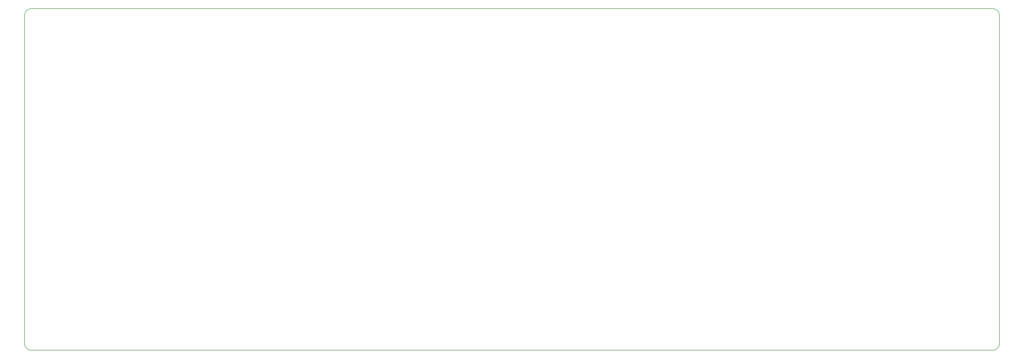
<source format=gm1>
G04 #@! TF.GenerationSoftware,KiCad,Pcbnew,(5.1.6)-1*
G04 #@! TF.CreationDate,2020-07-22T14:48:11-04:00*
G04 #@! TF.ProjectId,Edgedancer81,45646765-6461-46e6-9365-7238312e6b69,rev?*
G04 #@! TF.SameCoordinates,Original*
G04 #@! TF.FileFunction,Profile,NP*
%FSLAX46Y46*%
G04 Gerber Fmt 4.6, Leading zero omitted, Abs format (unit mm)*
G04 Created by KiCad (PCBNEW (5.1.6)-1) date 2020-07-22 14:48:11*
%MOMM*%
%LPD*%
G01*
G04 APERTURE LIST*
G04 #@! TA.AperFunction,Profile*
%ADD10C,0.150000*%
G04 #@! TD*
G04 APERTURE END LIST*
D10*
X384175000Y-196850000D02*
G75*
G02*
X381793750Y-199231250I-2381250J0D01*
G01*
X384175000Y-76993750D02*
X384175000Y-196850000D01*
X381793750Y-74612500D02*
G75*
G02*
X384175000Y-76993750I0J-2381250D01*
G01*
X28575000Y-76993750D02*
X28575000Y-196850000D01*
X30956250Y-199231250D02*
G75*
G02*
X28575000Y-196850000I0J2381250D01*
G01*
X28575000Y-76993750D02*
G75*
G02*
X30956250Y-74612500I2381250J0D01*
G01*
X30956250Y-74612500D02*
X381793750Y-74612500D01*
X381793750Y-199231250D02*
X30956250Y-199231250D01*
M02*

</source>
